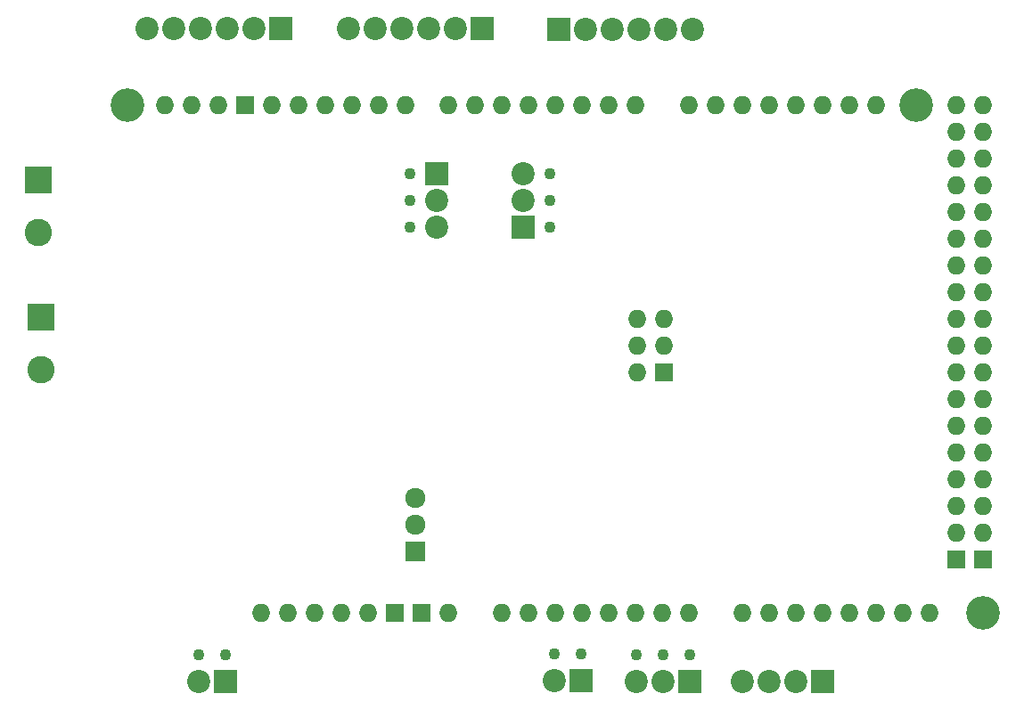
<source format=gbs>
G04 #@! TF.GenerationSoftware,KiCad,Pcbnew,6.0.2+dfsg-1*
G04 #@! TF.CreationDate,2024-03-01T17:34:33+01:00*
G04 #@! TF.ProjectId,controller_pcb,636f6e74-726f-46c6-9c65-725f7063622e,v01*
G04 #@! TF.SameCoordinates,Original*
G04 #@! TF.FileFunction,Soldermask,Bot*
G04 #@! TF.FilePolarity,Negative*
%FSLAX46Y46*%
G04 Gerber Fmt 4.6, Leading zero omitted, Abs format (unit mm)*
G04 Created by KiCad (PCBNEW 6.0.2+dfsg-1) date 2024-03-01 17:34:33*
%MOMM*%
%LPD*%
G01*
G04 APERTURE LIST*
%ADD10O,1.727200X1.727200*%
%ADD11R,1.727200X1.727200*%
%ADD12C,3.200000*%
%ADD13C,2.200000*%
%ADD14R,2.200000X2.200000*%
%ADD15C,1.100000*%
%ADD16R,2.600000X2.600000*%
%ADD17C,2.600000*%
%ADD18R,1.920000X1.920000*%
%ADD19C,1.920000*%
G04 APERTURE END LIST*
D10*
X138540998Y-126746000D03*
X114156998Y-78486000D03*
X111616998Y-78486000D03*
X156447998Y-101346000D03*
X156447998Y-103886000D03*
X125840998Y-126746000D03*
X158987998Y-101346000D03*
X156447998Y-98806000D03*
X123300998Y-126746000D03*
D11*
X189340998Y-121666000D03*
X186800998Y-121666000D03*
X158987998Y-103886000D03*
X136000998Y-126746000D03*
X133460998Y-126746000D03*
X119236998Y-78486000D03*
D10*
X189340998Y-119126000D03*
X186800998Y-119126000D03*
X189340998Y-116586000D03*
X186800998Y-116586000D03*
X189340998Y-114046000D03*
X186800998Y-114046000D03*
X189340998Y-111506000D03*
X186800998Y-111506000D03*
X189340998Y-108966000D03*
X186800998Y-108966000D03*
X189340998Y-106426000D03*
X186800998Y-106426000D03*
X189340998Y-103886000D03*
X186800998Y-103886000D03*
X189340998Y-101346000D03*
X186800998Y-101346000D03*
X189340998Y-98806000D03*
X186800998Y-98806000D03*
X189340998Y-96266000D03*
X186800998Y-96266000D03*
X189340998Y-93726000D03*
X186800998Y-93726000D03*
X189340998Y-91186000D03*
X186800998Y-91186000D03*
X189340998Y-88646000D03*
X186800998Y-88646000D03*
X189340998Y-86106000D03*
X186800998Y-86106000D03*
X189340998Y-83566000D03*
X186800998Y-83566000D03*
X189340998Y-81026000D03*
X186800998Y-81026000D03*
X179180998Y-78486000D03*
X176640998Y-78486000D03*
X174100998Y-78486000D03*
X171560998Y-78486000D03*
X169020998Y-78486000D03*
X166480998Y-78486000D03*
X163940998Y-78486000D03*
X161400998Y-78486000D03*
X121776998Y-78486000D03*
X124316998Y-78486000D03*
X126856998Y-78486000D03*
X129396998Y-78486000D03*
X131936998Y-78486000D03*
X134476998Y-78486000D03*
X138540998Y-78486000D03*
X141080998Y-78486000D03*
X143620998Y-78486000D03*
X146160998Y-78486000D03*
X148700998Y-78486000D03*
X151240998Y-78486000D03*
X153780998Y-78486000D03*
X156320998Y-78486000D03*
X116696998Y-78486000D03*
X184260998Y-126746000D03*
X181720998Y-126746000D03*
X179180998Y-126746000D03*
X176640998Y-126746000D03*
X174100998Y-126746000D03*
X171560998Y-126746000D03*
X169020998Y-126746000D03*
X166480998Y-126746000D03*
X161400998Y-126746000D03*
X158860998Y-126746000D03*
X156320998Y-126746000D03*
X153780998Y-126746000D03*
X151240998Y-126746000D03*
X148700998Y-126746000D03*
X146160998Y-126746000D03*
X143620998Y-126746000D03*
X189340998Y-78486000D03*
X186800998Y-78486000D03*
X158987998Y-98806000D03*
X130920998Y-126746000D03*
X128380998Y-126746000D03*
D12*
X108060998Y-78486000D03*
X189340998Y-126746000D03*
X182990998Y-78486000D03*
D10*
X120760998Y-126746000D03*
D13*
X114833400Y-133223000D03*
D14*
X117373400Y-133223000D03*
D15*
X114833400Y-130683000D03*
X117373400Y-130683000D03*
X148590000Y-130657600D03*
X151130000Y-130657600D03*
D14*
X151130000Y-133197600D03*
D13*
X148590000Y-133197600D03*
D14*
X141782800Y-71221600D03*
D13*
X139242800Y-71221600D03*
X136702800Y-71221600D03*
X134162800Y-71221600D03*
X131622800Y-71221600D03*
X129082800Y-71221600D03*
D16*
X99568000Y-85598000D03*
D17*
X99568000Y-90598000D03*
D13*
X161747200Y-71266689D03*
X159207200Y-71266689D03*
X156667200Y-71266689D03*
X154127200Y-71266689D03*
X151587200Y-71266689D03*
D14*
X149047200Y-71266689D03*
D15*
X158953200Y-130708400D03*
X161493200Y-130708400D03*
X156413200Y-130708400D03*
D14*
X161493200Y-133248400D03*
D13*
X158953200Y-133248400D03*
X156413200Y-133248400D03*
D16*
X99814000Y-98592000D03*
D17*
X99814000Y-103592000D03*
D15*
X134899400Y-90043000D03*
X134899400Y-84963000D03*
X134899400Y-87503000D03*
D14*
X137439400Y-84963000D03*
D13*
X137439400Y-87503000D03*
X137439400Y-90043000D03*
D14*
X174096600Y-133248400D03*
D13*
X171556600Y-133248400D03*
X169016600Y-133248400D03*
X166476600Y-133248400D03*
D15*
X148209000Y-90068400D03*
X148209000Y-84988400D03*
X148209000Y-87528400D03*
D14*
X145669000Y-90068400D03*
D13*
X145669000Y-87528400D03*
X145669000Y-84988400D03*
D14*
X122580400Y-71170800D03*
D13*
X120040400Y-71170800D03*
X117500400Y-71170800D03*
X114960400Y-71170800D03*
X112420400Y-71170800D03*
X109880400Y-71170800D03*
D18*
X135382000Y-120904000D03*
D19*
X135382000Y-118364000D03*
X135382000Y-115824000D03*
M02*

</source>
